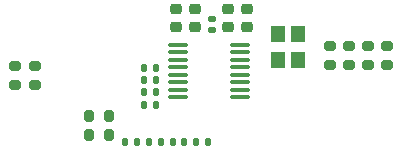
<source format=gbr>
%TF.GenerationSoftware,KiCad,Pcbnew,8.0.7-8.0.7-0~ubuntu22.04.1*%
%TF.CreationDate,2024-12-07T17:50:11+01:00*%
%TF.ProjectId,vesc_mms_board,76657363-5f6d-46d7-935f-626f6172642e,rev?*%
%TF.SameCoordinates,Original*%
%TF.FileFunction,Paste,Top*%
%TF.FilePolarity,Positive*%
%FSLAX46Y46*%
G04 Gerber Fmt 4.6, Leading zero omitted, Abs format (unit mm)*
G04 Created by KiCad (PCBNEW 8.0.7-8.0.7-0~ubuntu22.04.1) date 2024-12-07 17:50:11*
%MOMM*%
%LPD*%
G01*
G04 APERTURE LIST*
G04 Aperture macros list*
%AMRoundRect*
0 Rectangle with rounded corners*
0 $1 Rounding radius*
0 $2 $3 $4 $5 $6 $7 $8 $9 X,Y pos of 4 corners*
0 Add a 4 corners polygon primitive as box body*
4,1,4,$2,$3,$4,$5,$6,$7,$8,$9,$2,$3,0*
0 Add four circle primitives for the rounded corners*
1,1,$1+$1,$2,$3*
1,1,$1+$1,$4,$5*
1,1,$1+$1,$6,$7*
1,1,$1+$1,$8,$9*
0 Add four rect primitives between the rounded corners*
20,1,$1+$1,$2,$3,$4,$5,0*
20,1,$1+$1,$4,$5,$6,$7,0*
20,1,$1+$1,$6,$7,$8,$9,0*
20,1,$1+$1,$8,$9,$2,$3,0*%
G04 Aperture macros list end*
%ADD10RoundRect,0.100000X-0.712500X-0.100000X0.712500X-0.100000X0.712500X0.100000X-0.712500X0.100000X0*%
%ADD11RoundRect,0.140000X0.140000X0.170000X-0.140000X0.170000X-0.140000X-0.170000X0.140000X-0.170000X0*%
%ADD12RoundRect,0.225000X-0.250000X0.225000X-0.250000X-0.225000X0.250000X-0.225000X0.250000X0.225000X0*%
%ADD13RoundRect,0.135000X0.135000X0.185000X-0.135000X0.185000X-0.135000X-0.185000X0.135000X-0.185000X0*%
%ADD14RoundRect,0.200000X-0.275000X0.200000X-0.275000X-0.200000X0.275000X-0.200000X0.275000X0.200000X0*%
%ADD15RoundRect,0.200000X0.275000X-0.200000X0.275000X0.200000X-0.275000X0.200000X-0.275000X-0.200000X0*%
%ADD16RoundRect,0.135000X-0.135000X-0.185000X0.135000X-0.185000X0.135000X0.185000X-0.135000X0.185000X0*%
%ADD17R,1.200000X1.400000*%
%ADD18RoundRect,0.140000X-0.170000X0.140000X-0.170000X-0.140000X0.170000X-0.140000X0.170000X0.140000X0*%
%ADD19RoundRect,0.200000X-0.200000X-0.275000X0.200000X-0.275000X0.200000X0.275000X-0.200000X0.275000X0*%
G04 APERTURE END LIST*
D10*
%TO.C,U1*%
X102850000Y-122677500D03*
X102850000Y-123312500D03*
X102850000Y-123947500D03*
X102850000Y-124582500D03*
X102850000Y-125217500D03*
X102850000Y-125852500D03*
X102850000Y-126487500D03*
X102850000Y-127122500D03*
X108125000Y-127122500D03*
X108125000Y-126487500D03*
X108125000Y-125852500D03*
X108125000Y-125217500D03*
X108125000Y-124582500D03*
X108125000Y-123947500D03*
X108125000Y-123312500D03*
X108125000Y-122677500D03*
%TD*%
D11*
%TO.C,C2*%
X99400000Y-130900000D03*
X98440000Y-130900000D03*
%TD*%
D12*
%TO.C,C5*%
X107100000Y-119650001D03*
X107100000Y-121200001D03*
%TD*%
D13*
%TO.C,R11*%
X101007499Y-126700000D03*
X99987501Y-126700000D03*
%TD*%
D14*
%TO.C,R8*%
X117340000Y-122775000D03*
X117340000Y-124425000D03*
%TD*%
D15*
%TO.C,R2*%
X90800000Y-126125000D03*
X90800000Y-124475000D03*
%TD*%
D16*
%TO.C,R12*%
X99987500Y-127800000D03*
X101007500Y-127800000D03*
%TD*%
D15*
%TO.C,R3*%
X89100000Y-126125000D03*
X89100000Y-124475000D03*
%TD*%
D11*
%TO.C,C1*%
X103400000Y-130900000D03*
X102440000Y-130900000D03*
%TD*%
D17*
%TO.C,Y1*%
X113050000Y-124000000D03*
X113050000Y-121800000D03*
X111350000Y-121800000D03*
X111350000Y-124000000D03*
%TD*%
D16*
%TO.C,R9*%
X99987500Y-124700000D03*
X101007500Y-124700000D03*
%TD*%
D14*
%TO.C,R6*%
X115740000Y-122775000D03*
X115740000Y-124425000D03*
%TD*%
D12*
%TO.C,C6*%
X108700000Y-119650000D03*
X108700000Y-121200000D03*
%TD*%
%TO.C,C3*%
X102687500Y-119650000D03*
X102687500Y-121200000D03*
%TD*%
%TO.C,C4*%
X104287500Y-119650000D03*
X104287500Y-121200000D03*
%TD*%
D16*
%TO.C,R4*%
X100400002Y-130900000D03*
X101420000Y-130900000D03*
%TD*%
D18*
%TO.C,C7*%
X105800000Y-120520000D03*
X105800000Y-121480000D03*
%TD*%
D15*
%TO.C,R7*%
X120540000Y-124425000D03*
X120540000Y-122775000D03*
%TD*%
%TO.C,R5*%
X118940000Y-124425000D03*
X118940000Y-122775000D03*
%TD*%
D16*
%TO.C,R10*%
X99977500Y-125700000D03*
X100997500Y-125700000D03*
%TD*%
D19*
%TO.C,R13*%
X95375000Y-128700000D03*
X97025000Y-128700000D03*
%TD*%
D16*
%TO.C,R1*%
X104420000Y-130900000D03*
X105440000Y-130900000D03*
%TD*%
D19*
%TO.C,R14*%
X95375000Y-130300000D03*
X97025000Y-130300000D03*
%TD*%
M02*

</source>
